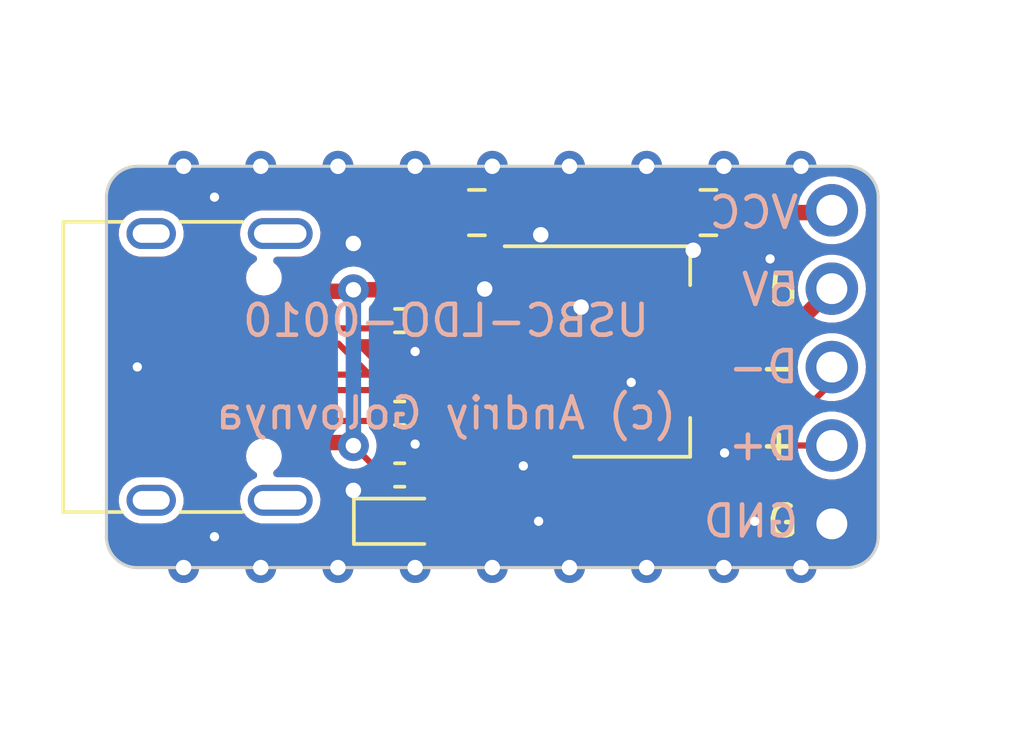
<source format=kicad_pcb>
(kicad_pcb (version 20221018) (generator pcbnew)
  (title_block (title "USBC-LDO-0010") (date "2024-02-11") (rev "1.0") (company "(c) Andriy Golovnya") (comment 1 "USB Type-C based board with LDO") (comment 2 "Designed in Germany"))
  (layers (0 "F.Cu" signal) (31 "B.Cu" signal) (34 "B.Paste" user) (35 "F.Paste" user) (36 "B.SilkS" user "B.Silkscreen") (37 "F.SilkS" user "F.Silkscreen") (38 "B.Mask" user) (39 "F.Mask" user) (44 "Edge.Cuts" user))
  (net 0 "")
  (net 1 "VBUS")
  (net 2 "GND")
  (net 3 "VCC")
  (net 4 "Net-(D1-A)")
  (net 5 "/D-")
  (net 6 "/D+")
  (net 7 "Net-(J1-CC1)")
  (net 9 "Net-(J1-CC2)")
  (footprint "Capacitor_SMD:C_0805_2012Metric" (layer "F.Cu") (at 164.5 95 180)
    (fp_text reference "C2" hide)
    (fp_text value "4.7uF")
    (fp_line (start -0.261252 -0.735) (end 0.261252 -0.735) (stroke (width 0.12)) (layer "F.SilkS"))
    (fp_line (start -0.261252 0.735) (end 0.261252 0.735) (stroke (width 0.12)) (layer "F.SilkS"))
    (pad "1" smd roundrect (at -0.95 0 180) (size 1 1.45) (layers "F.Cu" "F.Paste" "F.Mask") (net 3 "VCC"))
    (pad "2" smd roundrect (at 0.95 0 180) (size 1 1.45) (layers "F.Cu" "F.Paste" "F.Mask") (net 2 "GND"))
  )
  (footprint "Resistor_SMD:R_0402_1005Metric" (layer "F.Cu") (at 154.5 103.5)
    (fp_text reference "R1" hide)
    (fp_text value "1k")
    (fp_line (start -0.153641 -0.38) (end 0.153641 -0.38) (stroke (width 0.12)) (layer "F.SilkS"))
    (fp_line (start -0.153641 0.38) (end 0.153641 0.38) (stroke (width 0.12)) (layer "F.SilkS"))
    (pad "1" smd roundrect (at -0.51 0) (size 0.54 0.64) (layers "F.Cu" "F.Paste" "F.Mask") (net 1 "VBUS"))
    (pad "2" smd roundrect (at 0.51 0) (size 0.54 0.64) (layers "F.Cu" "F.Paste" "F.Mask") (net 4 "Net-(D1-A)"))
  )
  (footprint "Capacitor_SMD:C_0805_2012Metric" (layer "F.Cu") (at 157 95)
    (fp_text reference "C1" hide)
    (fp_text value "4.7uF")
    (fp_line (start -0.261252 -0.735) (end 0.261252 -0.735) (stroke (width 0.12)) (layer "F.SilkS"))
    (fp_line (start -0.261252 0.735) (end 0.261252 0.735) (stroke (width 0.12)) (layer "F.SilkS"))
    (pad "1" smd roundrect (at -0.95 0) (size 1 1.45) (layers "F.Cu" "F.Paste" "F.Mask") (net 1 "VBUS"))
    (pad "2" smd roundrect (at 0.95 0) (size 1 1.45) (layers "F.Cu" "F.Paste" "F.Mask") (net 2 "GND"))
  )
  (footprint "Connector_PinHeader_2.54mm:PinHeader_1x05_P2.54mm_Vertical" (layer "F.Cu") (at 168.5 94.925)
    (fp_text reference "J2" hide)
    (fp_text value "Conn_01x05_Pin")
    (pad "1" thru_hole oval (at 0 0) (size 1.7 1.7) (drill 1) (layers "*.Cu" "*.Mask") (net 3 "VCC"))
    (pad "2" thru_hole oval (at 0 2.54) (size 1.7 1.7) (drill 1) (layers "*.Cu" "*.Mask") (net 1 "VBUS"))
    (pad "3" thru_hole oval (at 0 5.08) (size 1.7 1.7) (drill 1) (layers "*.Cu" "*.Mask") (net 5 "/D-"))
    (pad "4" thru_hole oval (at 0 7.62) (size 1.7 1.7) (drill 1) (layers "*.Cu" "*.Mask") (net 6 "/D+"))
    (pad "5" thru_hole oval (at 0 10.16) (size 1.7 1.7) (drill 1) (layers "*.Cu" "*.Mask") (net 2 "GND"))
  )
  (footprint "Resistor_SMD:R_0402_1005Metric" (layer "F.Cu") (at 154.5 101.5)
    (fp_text reference "R3" hide)
    (fp_text value "5k1")
    (fp_line (start -0.153641 -0.38) (end 0.153641 -0.38) (stroke (width 0.12)) (layer "F.SilkS"))
    (fp_line (start -0.153641 0.38) (end 0.153641 0.38) (stroke (width 0.12)) (layer "F.SilkS"))
    (pad "1" smd roundrect (at -0.51 0) (size 0.54 0.64) (layers "F.Cu" "F.Paste" "F.Mask") (net 9 "Net-(J1-CC2)"))
    (pad "2" smd roundrect (at 0.51 0) (size 0.54 0.64) (layers "F.Cu" "F.Paste" "F.Mask") (net 2 "GND"))
  )
  (footprint "LED_SMD:LED_0603_1608Metric" (layer "F.Cu") (at 154.5 105)
    (fp_text reference "D1" hide)
    (fp_text value "RED")
    (fp_line (start -1.485 -0.735) (end -1.485 0.735) (stroke (width 0.12)) (layer "F.SilkS"))
    (fp_line (start -1.485 0.735) (end 0.8 0.735) (stroke (width 0.12)) (layer "F.SilkS"))
    (fp_line (start 0.8 -0.735) (end -1.485 -0.735) (stroke (width 0.12)) (layer "F.SilkS"))
    (pad "1" smd roundrect (at -0.7875 0) (size 0.875 0.95) (layers "F.Cu" "F.Paste" "F.Mask") (net 2 "GND"))
    (pad "2" smd roundrect (at 0.7875 0) (size 0.875 0.95) (layers "F.Cu" "F.Paste" "F.Mask") (net 4 "Net-(D1-A)"))
  )
  (footprint "Package_TO_SOT_SMD:SOT-223-3_TabPin2" (layer "F.Cu") (at 162 99.5)
    (fp_text reference "U1" hide)
    (fp_text value "AMS1117-3.3")
    (fp_line (start -4.1 -3.41) (end 1.91 -3.41) (stroke (width 0.12)) (layer "F.SilkS"))
    (fp_line (start -1.85 3.41) (end 1.91 3.41) (stroke (width 0.12)) (layer "F.SilkS"))
    (fp_line (start 1.91 -3.41) (end 1.91 -2.15) (stroke (width 0.12)) (layer "F.SilkS"))
    (fp_line (start 1.91 3.41) (end 1.91 2.15) (stroke (width 0.12)) (layer "F.SilkS"))
    (pad "1" smd rect (at -3.15 -2.3) (size 2 1.5) (layers "F.Cu" "F.Paste" "F.Mask") (net 2 "GND"))
    (pad "2" smd rect (at -3.15 0) (size 2 1.5) (layers "F.Cu" "F.Paste" "F.Mask") (net 3 "VCC"))
    (pad "2" smd rect (at 3.15 0) (size 2 3.8) (layers "F.Cu" "F.Paste" "F.Mask") (net 3 "VCC"))
    (pad "3" smd rect (at -3.15 2.3) (size 2 1.5) (layers "F.Cu" "F.Paste" "F.Mask") (net 1 "VBUS"))
  )
  (footprint "Connector_USB:USB_C_Receptacle_HRO_TYPE-C-31-M-12" (layer "F.Cu") (at 147.5 100 -90)
    (fp_text reference "J1" hide)
    (fp_text value "USB_C_Receptacle_USB2.0_16P")
    (fp_line (start -4.7 -1.9) (end -4.7 0.1) (stroke (width 0.12)) (layer "F.SilkS"))
    (fp_line (start -4.7 2) (end -4.7 3.9) (stroke (width 0.12)) (layer "F.SilkS"))
    (fp_line (start -4.7 3.9) (end 4.7 3.9) (stroke (width 0.12)) (layer "F.SilkS"))
    (fp_line (start 4.7 -1.9) (end 4.7 0.1) (stroke (width 0.12)) (layer "F.SilkS"))
    (fp_line (start 4.7 2) (end 4.7 3.9) (stroke (width 0.12)) (layer "F.SilkS"))
    (pad "" np_thru_hole circle (at -2.89 -2.6 270) (size 0.65 0.65) (drill 0.65) (layers "*.Cu" "*.Mask"))
    (pad "" np_thru_hole circle (at 2.89 -2.6 270) (size 0.65 0.65) (drill 0.65) (layers "*.Cu" "*.Mask"))
    (pad "A1" smd rect (at -3.25 -4.045 270) (size 0.6 1.45) (layers "F.Cu" "F.Paste" "F.Mask") (net 2 "GND"))
    (pad "A4" smd rect (at -2.45 -4.045 270) (size 0.6 1.45) (layers "F.Cu" "F.Paste" "F.Mask") (net 1 "VBUS"))
    (pad "A5" smd rect (at -1.25 -4.045 270) (size 0.3 1.45) (layers "F.Cu" "F.Paste" "F.Mask") (net 7 "Net-(J1-CC1)"))
    (pad "A6" smd rect (at -0.25 -4.045 270) (size 0.3 1.45) (layers "F.Cu" "F.Paste" "F.Mask") (net 6 "/D+"))
    (pad "A7" smd rect (at 0.25 -4.045 270) (size 0.3 1.45) (layers "F.Cu" "F.Paste" "F.Mask") (net 5 "/D-"))
    (pad "A8" smd rect (at 1.25 -4.045 270) (size 0.3 1.45) (layers "F.Cu" "F.Paste" "F.Mask"))
    (pad "A9" smd rect (at 2.45 -4.045 270) (size 0.6 1.45) (layers "F.Cu" "F.Paste" "F.Mask") (net 1 "VBUS"))
    (pad "A12" smd rect (at 3.25 -4.045 270) (size 0.6 1.45) (layers "F.Cu" "F.Paste" "F.Mask") (net 2 "GND"))
    (pad "B1" smd rect (at 3.25 -4.045 270) (size 0.6 1.45) (layers "F.Cu" "F.Paste" "F.Mask") (net 2 "GND"))
    (pad "B4" smd rect (at 2.45 -4.045 270) (size 0.6 1.45) (layers "F.Cu" "F.Paste" "F.Mask") (net 1 "VBUS"))
    (pad "B5" smd rect (at 1.75 -4.045 270) (size 0.3 1.45) (layers "F.Cu" "F.Paste" "F.Mask") (net 9 "Net-(J1-CC2)"))
    (pad "B6" smd rect (at 0.75 -4.045 270) (size 0.3 1.45) (layers "F.Cu" "F.Paste" "F.Mask") (net 6 "/D+"))
    (pad "B7" smd rect (at -0.75 -4.045 270) (size 0.3 1.45) (layers "F.Cu" "F.Paste" "F.Mask") (net 5 "/D-"))
    (pad "B8" smd rect (at -1.75 -4.045 270) (size 0.3 1.45) (layers "F.Cu" "F.Paste" "F.Mask"))
    (pad "B9" smd rect (at -2.45 -4.045 270) (size 0.6 1.45) (layers "F.Cu" "F.Paste" "F.Mask") (net 1 "VBUS"))
    (pad "B12" smd rect (at -3.25 -4.045 270) (size 0.6 1.45) (layers "F.Cu" "F.Paste" "F.Mask") (net 2 "GND"))
    (pad "S1" thru_hole oval (at -4.32 -3.13 270) (size 1 2.1) (drill oval 0.6 1.7) (layers "*.Cu" "*.Mask"))
    (pad "S1" thru_hole oval (at -4.32 1.05 270) (size 1 1.6) (drill oval 0.6 1.2) (layers "*.Cu" "*.Mask"))
    (pad "S1" thru_hole oval (at 4.32 -3.13 270) (size 1 2.1) (drill oval 0.6 1.7) (layers "*.Cu" "*.Mask"))
    (pad "S1" thru_hole oval (at 4.32 1.05 270) (size 1 1.6) (drill oval 0.6 1.2) (layers "*.Cu" "*.Mask"))
  )
  (footprint "Resistor_SMD:R_0402_1005Metric" (layer "F.Cu") (at 154.5 98.5)
    (fp_text reference "R2" hide)
    (fp_text value "5k1")
    (fp_line (start -0.153641 -0.38) (end 0.153641 -0.38) (stroke (width 0.12)) (layer "F.SilkS"))
    (fp_line (start -0.153641 0.38) (end 0.153641 0.38) (stroke (width 0.12)) (layer "F.SilkS"))
    (pad "1" smd roundrect (at -0.51 0) (size 0.54 0.64) (layers "F.Cu" "F.Paste" "F.Mask") (net 7 "Net-(J1-CC1)"))
    (pad "2" smd roundrect (at 0.51 0) (size 0.54 0.64) (layers "F.Cu" "F.Paste" "F.Mask") (net 2 "GND"))
  )
  (gr_line (start 170 105.5) (end 170 94.5) (stroke (width 0.1)) (layer "Edge.Cuts"))
  (gr_line (start 169 106.5) (end 146 106.5) (stroke (width 0.1)) (layer "Edge.Cuts"))
  (gr_arc (start 145 94.5) (mid 145.292893 93.792893) (end 146 93.5) (stroke (width 0.1)) (layer "Edge.Cuts"))
  (gr_arc (start 146 106.5) (mid 145.292893 106.207107) (end 145 105.5) (stroke (width 0.1)) (layer "Edge.Cuts"))
  (gr_arc (start 169 93.5) (mid 169.707107 93.792893) (end 170 94.5) (stroke (width 0.1)) (layer "Edge.Cuts"))
  (gr_line (start 145 105.5) (end 145 94.5) (stroke (width 0.1)) (layer "Edge.Cuts"))
  (gr_line (start 169 93.5) (end 146 93.5) (stroke (width 0.1)) (layer "Edge.Cuts"))
  (gr_arc (start 170 105.5) (mid 169.707107 106.207107) (end 169 106.5) (stroke (width 0.1)) (layer "Edge.Cuts"))
  (gr_text "${TITLE}" (at 156 98.5) (layer "B.SilkS") (effects (font (size 1 1)) (justify mirror)))
  (gr_text "D-" (at 167.5 100) (layer "B.SilkS") (effects (font (size 1 1)) (justify left mirror)))
  (gr_text "GND" (at 167.5 105) (layer "B.SilkS") (effects (font (size 1 1)) (justify left mirror)))
  (gr_text "D+" (at 167.5 102.5) (layer "B.SilkS") (effects (font (size 1 1)) (justify left mirror)))
  (gr_text "VCC" (at 167.5 95) (layer "B.SilkS") (effects (font (size 1 1)) (justify left mirror)))
  (gr_text "5V" (at 167.5 97.5) (layer "B.SilkS") (effects (font (size 1 1)) (justify left mirror)))
  (gr_text "${COMPANY}" (at 156 101.5) (layer "B.SilkS") (effects (font (size 1 1)) (justify mirror)))
  (gr_text "V" (at 167.5 95) (layer "F.SilkS") (effects (font (size 1 1)) (justify right)))
  (gr_text "+" (at 167.5 102.5) (layer "F.SilkS") (effects (font (size 1 1)) (justify right)))
  (gr_text "5" (at 167.5 97.5) (layer "F.SilkS") (effects (font (size 1 1)) (justify right)))
  (gr_text "-" (at 167.5 100) (layer "F.SilkS") (effects (font (size 1 1)) (justify right)))
  (gr_text "G" (at 167.5 105) (layer "F.SilkS") (effects (font (size 1 1)) (justify right)))
  (segment (start 156.05 97.5) (end 156.05 98.05) (width 0.5) (layer "F.Cu") (net 1))
  (segment (start 157.4 100.6) (end 157.4 99.465293) (width 0.5) (layer "F.Cu") (net 1))
  (segment (start 166.80029 101.424392) (end 166.80029 99.16471) (width 0.5) (layer "F.Cu") (net 1))
  (segment (start 156.05 98.115293) (end 156.05 98.05) (width 0.5) (layer "F.Cu") (net 1))
  (segment (start 156.05 95) (end 156.05 97.5) (width 0.5) (layer "F.Cu") (net 1))
  (segment (start 151.545 102.45) (end 152.9 102.45) (width 0.5) (layer "F.Cu") (net 1))
  (segment (start 166.374682 101.85) (end 166.80029 101.424392) (width 0.5) (layer "F.Cu") (net 1))
  (segment (start 158.85 101.8) (end 158.6 101.8) (width 0.5) (layer "F.Cu") (net 1))
  (segment (start 153 97.5) (end 156.05 97.5) (width 0.5) (layer "F.Cu") (net 1))
  (segment (start 152.95 97.55) (end 153 97.5) (width 0.5) (layer "F.Cu") (net 1))
  (segment (start 158.9 101.85) (end 166.374682 101.85) (width 0.5) (layer "F.Cu") (net 1))
  (segment (start 152.9 102.45) (end 153 102.55) (width 0.5) (layer "F.Cu") (net 1))
  (segment (start 166.80029 99.16471) (end 168.5 97.465) (width 0.5) (layer "F.Cu") (net 1))
  (segment (start 157.4 99.465293) (end 156.05 98.115293) (width 0.5) (layer "F.Cu") (net 1))
  (segment (start 151.545 97.55) (end 152.95 97.55) (width 0.5) (layer "F.Cu") (net 1))
  (segment (start 158.85 101.8) (end 158.9 101.85) (width 0.5) (layer "F.Cu") (net 1))
  (segment (start 153.95 103.5) (end 153 102.55) (width 0.2) (layer "F.Cu") (net 1))
  (segment (start 158.6 101.8) (end 157.4 100.6) (width 0.5) (layer "F.Cu") (net 1))
  (segment (start 153.99 103.5) (end 153.95 103.5) (width 0.2) (layer "F.Cu") (net 1))
  (via (at 153 102.55) (size 1) (drill 0.5) (layers "F.Cu" "B.Cu") (net 1))
  (via (at 153 97.5) (size 1) (drill 0.5) (layers "F.Cu" "B.Cu") (net 1))
  (segment (start 153 97.5) (end 153 102.55) (width 0.5) (layer "B.Cu") (net 1))
  (segment (start 155.01 102.49) (end 155 102.5) (width 0.2) (layer "F.Cu") (net 2))
  (segment (start 152.25 103.25) (end 153 104) (width 0.5) (layer "F.Cu") (net 2))
  (segment (start 155.01 98.5) (end 155.01 99.49) (width 0.2) (layer "F.Cu") (net 2))
  (segment (start 155.01 99.49) (end 155 99.5) (width 0.2) (layer "F.Cu") (net 2))
  (segment (start 151.545 96.75) (end 152.25 96.75) (width 0.5) (layer "F.Cu") (net 2))
  (segment (start 155.01 101.5) (end 155.01 102.49) (width 0.2) (layer "F.Cu") (net 2))
  (segment (start 151.545 103.25) (end 152.25 103.25) (width 0.5) (layer "F.Cu") (net 2))
  (segment (start 152.25 96.75) (end 153 96) (width 0.5) (layer "F.Cu") (net 2))
  (via (at 148.5 94.5) (size 0.6) (drill 0.3) (layers "F.Cu" "B.Cu") (net 2))
  (via (at 160 106.5) (size 1) (drill 0.5) (layers "F.Cu" "B.Cu") (net 2))
  (via (at 150 106.5) (size 1) (drill 0.5) (layers "F.Cu" "B.Cu") (net 2))
  (via (at 155 93.5) (size 1) (drill 0.5) (layers "F.Cu" "B.Cu") (net 2))
  (via (at 146 100) (size 0.6) (drill 0.3) (layers "F.Cu" "B.Cu") (net 2))
  (via (at 159 105) (size 0.6) (drill 0.3) (layers "F.Cu" "B.Cu") (net 2))
  (via (at 166.5 96.5) (size 0.6) (drill 0.3) (layers "F.Cu" "B.Cu") (net 2))
  (via (at 165 93.5) (size 1) (drill 0.5) (layers "F.Cu" "B.Cu") (net 2))
  (via (at 155 102.5) (size 0.6) (drill 0.3) (layers "F.Cu" "B.Cu") (net 2))
  (via (at 152.5 93.5) (size 1) (drill 0.5) (layers "F.Cu" "B.Cu") (net 2))
  (via (at 162.5 106.5) (size 1) (drill 0.5) (layers "F.Cu" "B.Cu") (net 2))
  (via (at 167.5 93.5) (size 1) (drill 0.5) (layers "F.Cu" "B.Cu") (net 2))
  (via (at 153 104) (size 1) (drill 0.5) (layers "F.Cu" "B.Cu") (net 2))
  (via (at 157.5 93.5) (size 1) (drill 0.5) (layers "F.Cu" "B.Cu") (net 2))
  (via (at 167.5 106.5) (size 1) (drill 0.5) (layers "F.Cu" "B.Cu") (net 2))
  (via (at 165 106.5) (size 1) (drill 0.5) (layers "F.Cu" "B.Cu") (net 2))
  (via (at 160.376419 98.061646) (size 1) (drill 0.5) (layers "F.Cu" "B.Cu") (net 2))
  (via (at 153 96) (size 1) (drill 0.5) (layers "F.Cu" "B.Cu") (net 2))
  (via (at 147.5 106.5) (size 1) (drill 0.5) (layers "F.Cu" "B.Cu") (net 2))
  (via (at 165.023912 102.785812) (size 0.6) (drill 0.3) (layers "F.Cu" "B.Cu") (net 2))
  (via (at 157.253125 97.476029) (size 1) (drill 0.5) (layers "F.Cu" "B.Cu") (net 2))
  (via (at 155 106.5) (size 1) (drill 0.5) (layers "F.Cu" "B.Cu") (net 2))
  (via (at 166 105) (size 0.6) (drill 0.3) (layers "F.Cu" "B.Cu") (net 2))
  (via (at 159.069388 95.719176) (size 1) (drill 0.5) (layers "F.Cu" "B.Cu") (net 2))
  (via (at 158.505734 103.205929) (size 0.6) (drill 0.3) (layers "F.Cu" "B.Cu") (net 2))
  (via (at 150 93.5) (size 1) (drill 0.5) (layers "F.Cu" "B.Cu") (net 2))
  (via (at 152.5 106.5) (size 1) (drill 0.5) (layers "F.Cu" "B.Cu") (net 2))
  (via (at 148.5 105.5) (size 0.6) (drill 0.3) (layers "F.Cu" "B.Cu") (net 2))
  (via (at 162.5 93.5) (size 1) (drill 0.5) (layers "F.Cu" "B.Cu") (net 2))
  (via (at 160 93.5) (size 1) (drill 0.5) (layers "F.Cu" "B.Cu") (net 2))
  (via (at 147.5 93.5) (size 1) (drill 0.5) (layers "F.Cu" "B.Cu") (net 2))
  (via (at 162 100.5) (size 0.6) (drill 0.3) (layers "F.Cu" "B.Cu") (net 2))
  (via (at 155 99.5) (size 0.6) (drill 0.3) (layers "F.Cu" "B.Cu") (net 2))
  (via (at 157.5 106.5) (size 1) (drill 0.5) (layers "F.Cu" "B.Cu") (net 2))
  (via (at 164.009232 96.219922) (size 1) (drill 0.5) (layers "F.Cu" "B.Cu") (net 2))
  (segment (start 165.15 95.3) (end 165.45 95) (width 0.5) (layer "F.Cu") (net 3))
  (segment (start 158.85 99.8) (end 158.9 99.85) (width 0.5) (layer "F.Cu") (net 3))
  (segment (start 158.85 99.5) (end 165.15 99.5) (width 0.5) (layer "F.Cu") (net 3))
  (segment (start 168.425 95) (end 168.5 94.925) (width 0.5) (layer "F.Cu") (net 3))
  (segment (start 165.45 95) (end 168.425 95) (width 0.5) (layer "F.Cu") (net 3))
  (segment (start 165.15 99.5) (end 165.15 95.3) (width 0.5) (layer "F.Cu") (net 3))
  (segment (start 155.2875 103.7775) (end 155.01 103.5) (width 0.25) (layer "F.Cu") (net 4))
  (segment (start 155.2875 105) (end 155.2875 103.7775) (width 0.25) (layer "F.Cu") (net 4))
  (segment (start 156.680593 102.6023) (end 156.680593 101.614908) (width 0.2) (layer "F.Cu") (net 5))
  (segment (start 152.52 99.25) (end 153.5 100.23) (width 0.2) (layer "F.Cu") (net 5))
  (segment (start 158.078293 104) (end 156.680593 102.6023) (width 0.2) (layer "F.Cu") (net 5))
  (segment (start 151.545 99.25) (end 152.52 99.25) (width 0.2) (layer "F.Cu") (net 5))
  (segment (start 156.680593 101.614908) (end 155.315685 100.25) (width 0.2) (layer "F.Cu") (net 5))
  (segment (start 155.315685 100.25) (end 153 100.25) (width 0.2) (layer "F.Cu") (net 5))
  (segment (start 168.5 100.5025) (end 165.0025 104) (width 0.2) (layer "F.Cu") (net 5))
  (segment (start 165.0025 104) (end 158.078293 104) (width 0.2) (layer "F.Cu") (net 5))
  (segment (start 168.5 100.005) (end 168.5 100.5025) (width 0.2) (layer "F.Cu") (net 5))
  (segment (start 153 100.25) (end 151.545 100.25) (width 0.2) (layer "F.Cu") (net 5))
  (segment (start 153.5 100.23) (end 153.5 100.25) (width 0.2) (layer "F.Cu") (net 5))
  (segment (start 165.168186 104.4) (end 166.63262 102.935566) (width 0.2) (layer "F.Cu") (net 6))
  (segment (start 156.280593 101.780593) (end 156.280593 102.767985) (width 0.2) (layer "F.Cu") (net 6))
  (segment (start 157.912608 104.4) (end 165.168186 104.4) (width 0.2) (layer "F.Cu") (net 6))
  (segment (start 151.545 99.75) (end 150.57 99.75) (width 0.2) (layer "F.Cu") (net 6))
  (segment (start 150.57 100.75) (end 151.545 100.75) (width 0.2) (layer "F.Cu") (net 6))
  (segment (start 150.346078 100.526078) (end 150.57 100.75) (width 0.2) (layer "F.Cu") (net 6))
  (segment (start 156.280593 102.767985) (end 157.912608 104.4) (width 0.2) (layer "F.Cu") (net 6))
  (segment (start 151.545 100.75) (end 155.25 100.75) (width 0.2) (layer "F.Cu") (net 6))
  (segment (start 150.57 99.75) (end 150.346078 99.973922) (width 0.2) (layer "F.Cu") (net 6))
  (segment (start 167.023186 102.545) (end 168.5 102.545) (width 0.2) (layer "F.Cu") (net 6))
  (segment (start 155.25 100.75) (end 156.280593 101.780593) (width 0.2) (layer "F.Cu") (net 6))
  (segment (start 151.545 100.75) (end 151.595 100.7) (width 0.2) (layer "F.Cu") (net 6))
  (segment (start 166.63262 102.935566) (end 167.023186 102.545) (width 0.2) (layer "F.Cu") (net 6))
  (segment (start 150.346078 99.973922) (end 150.346078 100.526078) (width 0.2) (layer "F.Cu") (net 6))
  (segment (start 153.74 98.75) (end 153.99 98.5) (width 0.2) (layer "F.Cu") (net 7))
  (segment (start 151.545 98.75) (end 153.74 98.75) (width 0.2) (layer "F.Cu") (net 7))
  (segment (start 153.74 101.75) (end 153.99 101.5) (width 0.2) (layer "F.Cu") (net 9))
  (segment (start 151.545 101.75) (end 153.74 101.75) (width 0.2) (layer "F.Cu") (net 9))
  (zone (net 2) (net_name "GND") (layers "F&B.Cu") (connect_pads yes (clearance 0.25)) (min_thickness 0.25) (fill yes (thermal_gap 0.5) (thermal_bridge_width 0.5))
    (polygon (pts (xy 145 93.5) (xy 145 110) (xy 170 110) (xy 170 93.5)))
  )
)
</source>
